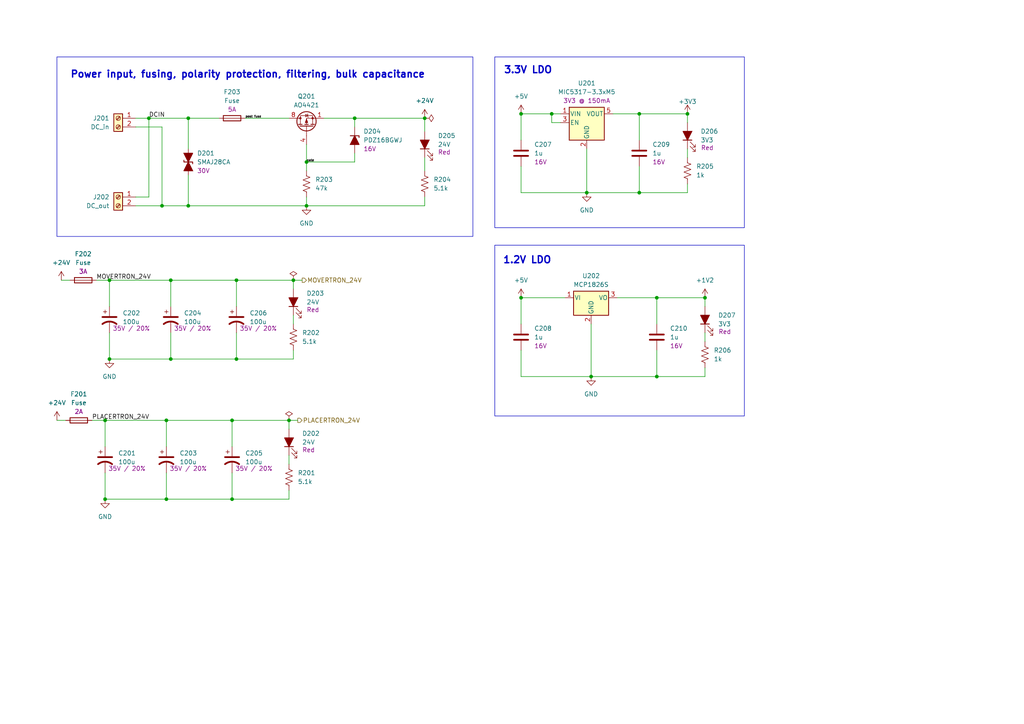
<source format=kicad_sch>
(kicad_sch (version 20250114) (generator "eeschema") (generator_version "9.0")
  (paper "A4")
  (lib_symbols
    (symbol "Connector:Screw_Terminal_01x02" (pin_names (offset 1.016) (hide yes))
      (property "Reference" "J" (at 0 2.54 0))
      (property "Value" "Screw_Terminal_01x02" (at 0 -5.08 0))
      (symbol "Screw_Terminal_01x02_1_1"
        (rectangle (start -1.27 1.27) (end 1.27 -3.81) (stroke (width 0.254)) (fill (type background)))
        (polyline (pts (xy -0.5334 0.3302) (xy 0.3302 -0.508)) (stroke (width 0.1524)))
        (polyline (pts (xy -0.5334 -2.2098) (xy 0.3302 -3.048)) (stroke (width 0.1524)))
        (polyline (pts (xy -0.3556 0.508) (xy 0.508 -0.3302)) (stroke (width 0.1524)))
        (polyline (pts (xy -0.3556 -2.032) (xy 0.508 -2.8702)) (stroke (width 0.1524)))
        (circle (center 0 0) (radius 0.635) (stroke (width 0.1524)))
        (circle (center 0 -2.54) (radius 0.635) (stroke (width 0.1524)))
        (pin passive line (at -5.08 0 0) (length 3.81) (name "Pin_1") (number "1"))
        (pin passive line (at -5.08 -2.54 0) (length 3.81) (name "Pin_2") (number "2"))
      )
    )
    (symbol "Device:C" (pin_numbers (hide yes)) (pin_names (offset 0.254))
      (property "Reference" "C" (at 0.635 2.54 0))
      (property "Value" "C" (at 0.635 -2.54 0))
      (symbol "C_0_1"
        (polyline (pts (xy -2.032 0.762) (xy 2.032 0.762)) (stroke (width 0.508)))
        (polyline (pts (xy -2.032 -0.762) (xy 2.032 -0.762)) (stroke (width 0.508)))
      )
      (symbol "C_1_1"
        (pin passive line (at 0 3.81 270) (length 2.794) (name "~") (number "1"))
        (pin passive line (at 0 -3.81 90) (length 2.794) (name "~") (number "2"))
      )
    )
    (symbol "Device:C_Polarized_US" (pin_numbers (hide yes)) (pin_names (offset 0.254) (hide yes))
      (property "Reference" "C" (at 0.635 2.54 0))
      (property "Value" "C_Polarized_US" (at 0.635 -2.54 0))
      (symbol "C_Polarized_US_0_1"
        (polyline (pts (xy -2.032 0.762) (xy 2.032 0.762)) (stroke (width 0.508)))
        (polyline (pts (xy -1.778 2.286) (xy -0.762 2.286)))
        (polyline (pts (xy -1.27 1.778) (xy -1.27 2.794)))
        (arc (start -2.032 -1.27) (mid 0 -0.5572) (end 2.032 -1.27) (stroke (width 0.508)))
      )
      (symbol "C_Polarized_US_1_1"
        (pin passive line (at 0 3.81 270) (length 2.794) (name "~") (number "1"))
        (pin passive line (at 0 -3.81 90) (length 3.302) (name "~") (number "2"))
      )
    )
    (symbol "Device:D_TVS_Filled" (pin_numbers (hide yes)) (pin_names (offset 1.016) (hide yes))
      (property "Reference" "D" (at 0 2.54 0))
      (property "Value" "D_TVS_Filled" (at 0 -2.54 0))
      (symbol "D_TVS_Filled_0_1"
        (polyline (pts (xy -2.54 -1.27) (xy 0 0) (xy -2.54 1.27) (xy -2.54 -1.27)) (stroke (width 0.254)) (fill (type outline)))
        (polyline (pts (xy 0.508 1.27) (xy 0 1.27) (xy 0 -1.27) (xy -0.508 -1.27)) (stroke (width 0.254)))
        (polyline (pts (xy 1.27 0) (xy -1.27 0)))
        (polyline (pts (xy 2.54 1.27) (xy 2.54 -1.27) (xy 0 0) (xy 2.54 1.27)) (stroke (width 0.254)) (fill (type outline)))
      )
      (symbol "D_TVS_Filled_1_1"
        (pin passive line (at -3.81 0 0) (length 2.54) (name "A1") (number "1"))
        (pin passive line (at 3.81 0 180) (length 2.54) (name "A2") (number "2"))
      )
    )
    (symbol "Device:D_Zener_Filled" (pin_numbers (hide yes)) (pin_names (offset 1.016) (hide yes))
      (property "Reference" "D" (at 0 2.54 0))
      (property "Value" "D_Zener_Filled" (at 0 -2.54 0))
      (symbol "D_Zener_Filled_0_1"
        (polyline (pts (xy -1.27 -1.27) (xy -1.27 1.27) (xy -0.762 1.27)) (stroke (width 0.254)))
        (polyline (pts (xy 1.27 0) (xy -1.27 0)))
        (polyline (pts (xy 1.27 -1.27) (xy 1.27 1.27) (xy -1.27 0) (xy 1.27 -1.27)) (stroke (width 0.254)) (fill (type outline)))
      )
      (symbol "D_Zener_Filled_1_1"
        (pin passive line (at -3.81 0 0) (length 2.54) (name "K") (number "1"))
        (pin passive line (at 3.81 0 180) (length 2.54) (name "A") (number "2"))
      )
    )
    (symbol "Device:Fuse" (pin_numbers (hide yes)) (pin_names (offset 0))
      (property "Reference" "F" (at 2.032 0 90))
      (property "Value" "Fuse" (at -1.905 0 90))
      (symbol "Fuse_0_1"
        (rectangle (start -0.762 -2.54) (end 0.762 2.54) (stroke (width 0.254)))
        (polyline (pts (xy 0 2.54) (xy 0 -2.54)))
      )
      (symbol "Fuse_1_1"
        (pin passive line (at 0 3.81 270) (length 1.27) (name "~") (number "1"))
        (pin passive line (at 0 -3.81 90) (length 1.27) (name "~") (number "2"))
      )
    )
    (symbol "Device:LED_Filled" (pin_numbers (hide yes)) (pin_names (offset 1.016) (hide yes))
      (property "Reference" "D" (at 0 2.54 0))
      (property "Value" "LED_Filled" (at 0 -2.54 0))
      (symbol "LED_Filled_0_1"
        (polyline (pts (xy -3.048 -0.762) (xy -4.572 -2.286) (xy -3.81 -2.286) (xy -4.572 -2.286) (xy -4.572 -1.524)))
        (polyline (pts (xy -1.778 -0.762) (xy -3.302 -2.286) (xy -2.54 -2.286) (xy -3.302 -2.286) (xy -3.302 -1.524)))
        (polyline (pts (xy -1.27 0) (xy 1.27 0)))
        (polyline (pts (xy -1.27 -1.27) (xy -1.27 1.27)) (stroke (width 0.254)))
        (polyline (pts (xy 1.27 -1.27) (xy 1.27 1.27) (xy -1.27 0) (xy 1.27 -1.27)) (stroke (width 0.254)) (fill (type outline)))
      )
      (symbol "LED_Filled_1_1"
        (pin passive line (at -3.81 0 0) (length 2.54) (name "K") (number "1"))
        (pin passive line (at 3.81 0 180) (length 2.54) (name "A") (number "2"))
      )
    )
    (symbol "Device:R_US" (pin_numbers (hide yes)) (pin_names (offset 0))
      (property "Reference" "R" (at 2.54 0 90))
      (property "Value" "R_US" (at -2.54 0 90))
      (symbol "R_US_0_1"
        (polyline (pts (xy 0 2.286) (xy 0 2.54)))
        (polyline (pts (xy 0 2.286) (xy 1.016 1.905) (xy 0 1.524) (xy -1.016 1.143) (xy 0 0.762)))
        (polyline (pts (xy 0 0.762) (xy 1.016 0.381) (xy 0 0) (xy -1.016 -0.381) (xy 0 -0.762)))
        (polyline (pts (xy 0 -0.762) (xy 1.016 -1.143) (xy 0 -1.524) (xy -1.016 -1.905) (xy 0 -2.286)))
        (polyline (pts (xy 0 -2.286) (xy 0 -2.54)))
      )
      (symbol "R_US_1_1"
        (pin passive line (at 0 3.81 270) (length 1.27) (name "~") (number "1"))
        (pin passive line (at 0 -3.81 90) (length 1.27) (name "~") (number "2"))
      )
    )
    (symbol "Regulator_Linear:MCP1826S" (pin_names (offset 0.254))
      (property "Reference" "U" (at -3.81 3.175 0))
      (property "Value" "MCP1826S" (at 0 3.175 0))
      (symbol "MCP1826S_0_1"
        (rectangle (start -5.08 1.905) (end 5.08 -5.08) (stroke (width 0.254)) (fill (type background)))
      )
      (symbol "MCP1826S_1_1"
        (pin power_in line (at -7.62 0 0) (length 2.54) (name "VI") (number "1"))
        (pin power_in line (at 0 -7.62 90) (length 2.54) (name "GND") (number "2"))
        (pin power_out line (at 7.62 0 180) (length 2.54) (name "VO") (number "3"))
      )
    )
    (symbol "Regulator_Linear:MIC5317-3.3xM5" (pin_names (offset 0.254))
      (property "Reference" "U" (at -6.35 6.35 0))
      (property "Value" "MIC5317-3.3xM5" (at 0 6.35 0))
      (symbol "MIC5317-3.3xM5_0_1"
        (rectangle (start -5.08 4.445) (end 5.08 -5.08) (stroke (width 0.254)) (fill (type background)))
      )
      (symbol "MIC5317-3.3xM5_1_1"
        (pin power_in line (at -7.62 2.54 0) (length 2.54) (name "VIN") (number "1"))
        (pin input line (at -7.62 0 0) (length 2.54) (name "EN") (number "3"))
        (pin power_in line (at 0 -7.62 90) (length 2.54) (name "GND") (number "2"))
        (pin no_connect line (at 5.08 0 180) (length 2.54) (hide yes) (name "NC") (number "4"))
        (pin power_out line (at 7.62 2.54 180) (length 2.54) (name "VOUT") (number "5"))
      )
    )
    (symbol "Transistor_FET:IRF7404" (pin_names (hide yes))
      (property "Reference" "Q" (at 5.08 1.905 0))
      (property "Value" "IRF7404" (at 5.08 0 0))
      (symbol "IRF7404_0_1"
        (polyline (pts (xy 0.254 1.905) (xy 0.254 -1.905)) (stroke (width 0.254)))
        (polyline (pts (xy 0.254 0) (xy -2.54 0)))
        (polyline (pts (xy 0.762 2.286) (xy 0.762 1.27)) (stroke (width 0.254)))
        (polyline (pts (xy 0.762 1.778) (xy 3.302 1.778) (xy 3.302 -1.778) (xy 0.762 -1.778)))
        (polyline (pts (xy 0.762 0.508) (xy 0.762 -0.508)) (stroke (width 0.254)))
        (polyline (pts (xy 0.762 -1.27) (xy 0.762 -2.286)) (stroke (width 0.254)))
        (circle (center 1.651 0) (radius 2.794) (stroke (width 0.254)))
        (polyline (pts (xy 2.286 0) (xy 1.27 0.381) (xy 1.27 -0.381) (xy 2.286 0)) (fill (type outline)))
        (polyline (pts (xy 2.54 2.54) (xy 2.54 1.778)))
        (circle (center 2.54 1.778) (radius 0.254) (fill (type outline)))
        (circle (center 2.54 -1.778) (radius 0.254) (fill (type outline)))
        (polyline (pts (xy 2.54 -2.54) (xy 2.54 0) (xy 0.762 0)))
        (polyline (pts (xy 2.794 -0.508) (xy 2.921 -0.381) (xy 3.683 -0.381) (xy 3.81 -0.254)))
        (polyline (pts (xy 3.302 -0.381) (xy 2.921 0.254) (xy 3.683 0.254) (xy 3.302 -0.381)))
      )
      (symbol "IRF7404_1_1"
        (pin passive line (at -5.08 0 0) (length 2.54) (name "G") (number "4"))
        (pin passive line (at 2.54 5.08 270) (length 2.54) (hide yes) (name "D") (number "5"))
        (pin passive line (at 2.54 5.08 270) (length 2.54) (hide yes) (name "D") (number "6"))
        (pin passive line (at 2.54 5.08 270) (length 2.54) (hide yes) (name "D") (number "7"))
        (pin passive line (at 2.54 5.08 270) (length 2.54) (name "D") (number "8"))
        (pin passive line (at 2.54 -5.08 90) (length 2.54) (name "S") (number "1"))
        (pin passive line (at 2.54 -5.08 90) (length 2.54) (hide yes) (name "S") (number "2"))
        (pin passive line (at 2.54 -5.08 90) (length 2.54) (hide yes) (name "S") (number "3"))
      )
    )
    (symbol "power:+24V" (power) (pin_names (offset 0))
      (property "Value" "+24V" (at 0 3.556 0))
      (symbol "+24V_0_1"
        (polyline (pts (xy -0.762 1.27) (xy 0 2.54)))
        (polyline (pts (xy 0 2.54) (xy 0.762 1.27)))
        (polyline (pts (xy 0 0) (xy 0 2.54)))
      )
      (symbol "+24V_1_1"
        (pin power_in line (at 0 0 90) (length 0) (hide yes) (name "+24V") (number "1"))
      )
    )
    (symbol "power:+3V3" (power) (pin_names (offset 0))
      (property "Value" "+3V3" (at 0 3.556 0))
      (symbol "+3V3_0_1"
        (polyline (pts (xy -0.762 1.27) (xy 0 2.54)))
        (polyline (pts (xy 0 2.54) (xy 0.762 1.27)))
        (polyline (pts (xy 0 0) (xy 0 2.54)))
      )
      (symbol "+3V3_1_1"
        (pin power_in line (at 0 0 90) (length 0) (hide yes) (name "+3V3") (number "1"))
      )
    )
    (symbol "power:+5V" (power) (pin_names (offset 0))
      (property "Value" "+5V" (at 0 3.556 0))
      (symbol "+5V_0_1"
        (polyline (pts (xy -0.762 1.27) (xy 0 2.54)))
        (polyline (pts (xy 0 2.54) (xy 0.762 1.27)))
        (polyline (pts (xy 0 0) (xy 0 2.54)))
      )
      (symbol "+5V_1_1"
        (pin power_in line (at 0 0 90) (length 0) (hide yes) (name "+5V") (number "1"))
      )
    )
    (symbol "power:GND" (power) (pin_names (offset 0))
      (property "Value" "GND" (at 0 -3.81 0))
      (symbol "GND_0_1"
        (polyline (pts (xy 0 0) (xy 0 -1.27) (xy 1.27 -1.27) (xy 0 -2.54) (xy -1.27 -1.27) (xy 0 -1.27)))
      )
      (symbol "GND_1_1"
        (pin power_in line (at 0 0 270) (length 0) (hide yes) (name "GND") (number "1"))
      )
    )
    (symbol "power:PWR_FLAG" (power) (pin_numbers (hide yes)) (pin_names (offset 0) (hide yes))
      (property "Value" "PWR_FLAG" (at 0 3.81 0))
      (symbol "PWR_FLAG_0_0"
        (pin power_out line (at 0 0 90) (length 0) (name "pwr") (number "1"))
      )
      (symbol "PWR_FLAG_0_1"
        (polyline (pts (xy 0 0) (xy 0 1.27) (xy -1.016 1.905) (xy 0 2.54) (xy 1.016 1.905) (xy 0 1.27)))
      )
    )
  )
  (rectangle (start 143.51 71.12) (end 215.9 120.65))
  (rectangle (start 143.51 16.51) (end 215.9 66.04))
  (rectangle (start 16.51 16.51) (end 137.16 68.58))
  (text "1.2V LDO" (at 145.796 76.708 0) (effects (font (size 2 2) (bold yes)) (justify left bottom)))
  (text "Power input, fusing, polarity protection, filtering, bulk capacitance" (at 20.32 22.86 0) (effects (font (size 2 2) (thickness 0.4) (bold yes)) (justify left bottom)))
  (text "3.3V LDO" (at 146.05 21.59 0) (effects (font (size 2 2) (bold yes)) (justify left bottom)))
  (junction (at 67.31 144.78))
  (junction (at 88.9 59.69))
  (junction (at 68.58 104.14))
  (junction (at 68.58 81.28))
  (junction (at 43.18 34.29))
  (junction (at 88.9 46.99))
  (junction (at 151.13 33.02))
  (junction (at 170.18 55.88))
  (junction (at 48.26 121.92))
  (junction (at 49.53 104.14))
  (junction (at 102.87 34.29))
  (junction (at 48.26 144.78))
  (junction (at 30.48 144.78))
  (junction (at 83.82 121.92))
  (junction (at 31.75 81.28))
  (junction (at 185.42 55.88))
  (junction (at 54.61 59.69))
  (junction (at 49.53 81.28))
  (junction (at 204.47 86.36))
  (junction (at 199.39 33.02))
  (junction (at 67.31 121.92))
  (junction (at 85.09 81.28))
  (junction (at 190.5 109.22))
  (junction (at 31.75 104.14))
  (junction (at 160.02 33.02))
  (junction (at 190.5 86.36))
  (junction (at 185.42 33.02))
  (junction (at 46.99 59.69))
  (junction (at 54.61 34.29))
  (junction (at 151.13 86.36))
  (junction (at 123.19 34.29))
  (junction (at 30.48 121.92))
  (junction (at 171.45 109.22))
  (wire (pts (xy 190.5 86.36) (xy 204.47 86.36)))
  (wire (pts (xy 102.87 36.83) (xy 102.87 34.29)))
  (wire (pts (xy 48.26 137.16) (xy 48.26 144.78)))
  (wire (pts (xy 88.9 46.99) (xy 102.87 46.99)))
  (wire (pts (xy 48.26 121.92) (xy 67.31 121.92)))
  (wire (pts (xy 39.37 59.69) (xy 46.99 59.69)))
  (wire (pts (xy 151.13 48.26) (xy 151.13 55.88)))
  (wire (pts (xy 151.13 40.64) (xy 151.13 33.02)))
  (wire (pts (xy 185.42 33.02) (xy 199.39 33.02)))
  (wire (pts (xy 85.09 81.28) (xy 85.09 83.82)))
  (wire (pts (xy 171.45 109.22) (xy 190.5 109.22)))
  (wire (pts (xy 26.67 121.92) (xy 30.48 121.92)))
  (wire (pts (xy 48.26 129.54) (xy 48.26 121.92)))
  (wire (pts (xy 85.09 101.6) (xy 85.09 104.14)))
  (wire (pts (xy 17.78 81.28) (xy 20.32 81.28)))
  (wire (pts (xy 88.9 59.69) (xy 54.61 59.69)))
  (wire (pts (xy 30.48 137.16) (xy 30.48 144.78)))
  (wire (pts (xy 185.42 48.26) (xy 185.42 55.88)))
  (wire (pts (xy 190.5 101.6) (xy 190.5 109.22)))
  (wire (pts (xy 88.9 59.69) (xy 123.19 59.69)))
  (wire (pts (xy 46.99 36.83) (xy 46.99 59.69)))
  (wire (pts (xy 31.75 81.28) (xy 49.53 81.28)))
  (wire (pts (xy 151.13 109.22) (xy 171.45 109.22)))
  (wire (pts (xy 151.13 86.36) (xy 163.83 86.36)))
  (wire (pts (xy 179.07 86.36) (xy 190.5 86.36)))
  (wire (pts (xy 123.19 57.15) (xy 123.19 59.69)))
  (wire (pts (xy 190.5 109.22) (xy 204.47 109.22)))
  (wire (pts (xy 68.58 81.28) (xy 85.09 81.28)))
  (wire (pts (xy 67.31 137.16) (xy 67.31 144.78)))
  (wire (pts (xy 30.48 121.92) (xy 48.26 121.92)))
  (wire (pts (xy 27.94 81.28) (xy 31.75 81.28)))
  (wire (pts (xy 68.58 96.52) (xy 68.58 104.14)))
  (wire (pts (xy 54.61 34.29) (xy 63.5 34.29)))
  (wire (pts (xy 204.47 86.36) (xy 204.47 88.9)))
  (wire (pts (xy 151.13 33.02) (xy 160.02 33.02)))
  (wire (pts (xy 39.37 34.29) (xy 43.18 34.29)))
  (wire (pts (xy 88.9 57.15) (xy 88.9 59.69)))
  (wire (pts (xy 190.5 86.36) (xy 190.5 93.98)))
  (wire (pts (xy 54.61 34.29) (xy 54.61 43.18)))
  (wire (pts (xy 46.99 59.69) (xy 54.61 59.69)))
  (wire (pts (xy 83.82 121.92) (xy 83.82 124.46)))
  (wire (pts (xy 185.42 55.88) (xy 170.18 55.88)))
  (wire (pts (xy 30.48 121.92) (xy 30.48 129.54)))
  (wire (pts (xy 102.87 34.29) (xy 93.98 34.29)))
  (wire (pts (xy 31.75 81.28) (xy 31.75 88.9)))
  (wire (pts (xy 85.09 91.44) (xy 85.09 93.98)))
  (wire (pts (xy 170.18 43.18) (xy 170.18 55.88)))
  (wire (pts (xy 83.82 144.78) (xy 67.31 144.78)))
  (wire (pts (xy 43.18 34.29) (xy 43.18 57.15)))
  (wire (pts (xy 39.37 36.83) (xy 46.99 36.83)))
  (wire (pts (xy 83.82 121.92) (xy 86.36 121.92)))
  (wire (pts (xy 199.39 53.34) (xy 199.39 55.88)))
  (wire (pts (xy 199.39 43.18) (xy 199.39 45.72)))
  (wire (pts (xy 185.42 40.64) (xy 185.42 33.02)))
  (wire (pts (xy 49.53 104.14) (xy 31.75 104.14)))
  (wire (pts (xy 204.47 96.52) (xy 204.47 99.06)))
  (wire (pts (xy 16.51 121.92) (xy 19.05 121.92)))
  (wire (pts (xy 88.9 41.91) (xy 88.9 46.99)))
  (wire (pts (xy 67.31 129.54) (xy 67.31 121.92)))
  (wire (pts (xy 199.39 35.56) (xy 199.39 33.02)))
  (wire (pts (xy 204.47 106.68) (xy 204.47 109.22)))
  (wire (pts (xy 151.13 86.36) (xy 151.13 93.98)))
  (wire (pts (xy 88.9 46.99) (xy 88.9 49.53)))
  (wire (pts (xy 177.8 33.02) (xy 185.42 33.02)))
  (wire (pts (xy 49.53 81.28) (xy 68.58 81.28)))
  (wire (pts (xy 162.56 35.56) (xy 160.02 35.56)))
  (wire (pts (xy 49.53 96.52) (xy 49.53 104.14)))
  (wire (pts (xy 151.13 101.6) (xy 151.13 109.22)))
  (wire (pts (xy 102.87 34.29) (xy 123.19 34.29)))
  (wire (pts (xy 49.53 88.9) (xy 49.53 81.28)))
  (wire (pts (xy 39.37 57.15) (xy 43.18 57.15)))
  (wire (pts (xy 68.58 88.9) (xy 68.58 81.28)))
  (wire (pts (xy 43.18 34.29) (xy 54.61 34.29)))
  (wire (pts (xy 67.31 121.92) (xy 83.82 121.92)))
  (wire (pts (xy 85.09 104.14) (xy 68.58 104.14)))
  (wire (pts (xy 123.19 45.72) (xy 123.19 49.53)))
  (wire (pts (xy 160.02 33.02) (xy 162.56 33.02)))
  (wire (pts (xy 83.82 142.24) (xy 83.82 144.78)))
  (wire (pts (xy 123.19 38.1) (xy 123.19 34.29)))
  (wire (pts (xy 54.61 50.8) (xy 54.61 59.69)))
  (wire (pts (xy 102.87 46.99) (xy 102.87 44.45)))
  (wire (pts (xy 160.02 35.56) (xy 160.02 33.02)))
  (wire (pts (xy 83.82 132.08) (xy 83.82 134.62)))
  (wire (pts (xy 185.42 55.88) (xy 199.39 55.88)))
  (wire (pts (xy 85.09 81.28) (xy 87.63 81.28)))
  (wire (pts (xy 171.45 93.98) (xy 171.45 109.22)))
  (wire (pts (xy 67.31 144.78) (xy 48.26 144.78)))
  (wire (pts (xy 71.12 34.29) (xy 83.82 34.29)))
  (wire (pts (xy 48.26 144.78) (xy 30.48 144.78)))
  (wire (pts (xy 68.58 104.14) (xy 49.53 104.14)))
  (wire (pts (xy 151.13 55.88) (xy 170.18 55.88)))
  (wire (pts (xy 31.75 96.52) (xy 31.75 104.14)))
  (label "MOVERTRON_24V" (at 27.94 81.28 0))
  (label "gate" (at 88.9 46.99 0) (effects (font (size 0.64 0.64))))
  (label "PLACERTRON_24V" (at 26.67 121.92 0))
  (label "post fuse" (at 71.12 34.29 0) (effects (font (size 0.64 0.64))))
  (label "DCIN" (at 43.18 34.29 0))
  (hierarchical_label "PLACERTRON_24V" (shape output) (at 86.36 121.92 0))
  (hierarchical_label "MOVERTRON_24V" (shape output) (at 87.63 81.28 0))
  (symbol (lib_id "power:+24V") (at 17.78 81.28 0) (unit 1)
    (property "Reference" "#PWR0202" (effects (hide yes)))
    (property "Value" "+24V" (at 17.78 76.2 0))
    (instances (project "linkertron" (path "" (reference "#PWR0202") (unit 1))) (project "movertron" (path "" (reference "#PWR?") (unit 1))))
  )
  (symbol (lib_id "power:GND") (at 171.45 109.22 0) (unit 1)
    (property "Reference" "#PWR0210" (effects (hide yes)))
    (property "Value" "GND" (at 171.45 114.3 0))
  )
  (symbol (lib_id "Device:C_Polarized_US") (at 67.31 133.35 0) (unit 1)
    (property "Reference" "C205" (at 71.12 131.445 0) (effects (justify left)))
    (property "Value" "100u" (at 71.12 133.985 0) (effects (justify left)))
    (property "Footprint" "Capacitor_SMD:CP_Elec_6.3x9.9" (effects (hide yes)))
    (property "mpn" "EMZR500ARA101MF80G" (effects (hide yes)))
    (property "Rating" "35V / 20%" (at 73.66 135.89 0))
    (instances (project "linkertron" (path "" (reference "C205") (unit 1))) (project "movertron" (path "" (reference "C?") (unit 1))))
  )
  (symbol (lib_id "Device:D_TVS_Filled") (at 54.61 46.99 90) (unit 1)
    (property "Reference" "D201" (at 57.15 44.45 90) (effects (justify right)))
    (property "Value" "SMAJ28CA" (at 57.15 46.99 90) (effects (justify right)))
    (property "Footprint" "Droid:D_SMA" (effects (hide yes)))
    (property "Datasheet" "https://www.bourns.com/docs/Product-Datasheets/SMAJ.pdf" (effects (hide yes)))
    (property "Rating" "30V" (at 57.15 49.53 90) (effects (justify right)))
    (property "mpn" "SMAJ28CA" (effects (hide yes)))
    (instances (project "linkertron" (path "" (reference "D201") (unit 1))) (project "movertron" (path "" (reference "D?") (unit 1))))
  )
  (symbol (lib_id "Device:LED_Filled") (at 85.09 87.63 90) (unit 1)
    (property "Reference" "D203" (at 88.9 85.09 90) (effects (justify right)))
    (property "Value" "24V" (at 88.9 87.63 90) (effects (justify right)))
    (property "Footprint" "Droid:LED_0805_LiteOn" (effects (hide yes)))
    (property "mpn" "APT2012EC" (effects (hide yes)))
    (property "Rating" "Red" (at 88.9 89.8525 90) (effects (justify right)))
    (instances (project "linkertron" (path "" (reference "D203") (unit 1))) (project "movertron" (path "" (reference "D?") (unit 1))))
  )
  (symbol (lib_id "power:+5V") (at 151.13 33.02 0) (unit 1)
    (property "Reference" "#PWR0207" (effects (hide yes)))
    (property "Value" "+5V" (at 151.13 27.94 0))
    (instances (project "linkertron" (path "" (reference "#PWR0207") (unit 1))) (project "movertron" (path "" (reference "#PWR?") (unit 1))))
  )
  (symbol (lib_id "power:GND") (at 30.48 144.78 0) (unit 1)
    (property "Reference" "#PWR0203" (effects (hide yes)))
    (property "Value" "GND" (at 30.48 149.86 0))
  )
  (symbol (lib_id "power:GND") (at 170.18 55.88 0) (unit 1)
    (property "Reference" "#PWR0209" (effects (hide yes)))
    (property "Value" "GND" (at 170.18 60.96 0))
    (instances (project "linkertron" (path "" (reference "#PWR0209") (unit 1))) (project "movertron" (path "" (reference "#PWR?") (unit 1))))
  )
  (symbol (lib_id "Device:Fuse") (at 67.31 34.29 90) (unit 1)
    (property "Reference" "F203" (at 67.31 26.67 90))
    (property "Value" "Fuse" (at 67.31 29.21 90))
    (property "Footprint" "Fuse:Fuseholder_Blade_Mini_Keystone_3568" (effects (hide yes)))
    (property "Datasheet" "https://www.keyelco.com/userAssets/file/M65p42.pdf" (effects (hide yes)))
    (property "Rating" "5A" (at 67.31 31.75 90))
    (property "mpn" "3568" (effects (hide yes)))
    (instances (project "linkertron" (path "" (reference "F203") (unit 1))) (project "movertron" (path "" (reference "F?") (unit 1))))
  )
  (symbol (lib_id "Device:Fuse") (at 24.13 81.28 90) (unit 1)
    (property "Reference" "F202" (at 24.13 73.66 90))
    (property "Value" "Fuse" (at 24.13 76.2 90))
    (property "Footprint" "Fuse:Fuseholder_Blade_Mini_Keystone_3568" (effects (hide yes)))
    (property "Datasheet" "https://www.keyelco.com/userAssets/file/M65p42.pdf" (effects (hide yes)))
    (property "Rating" "3A" (at 24.13 78.74 90))
    (property "mpn" "3568" (effects (hide yes)))
    (instances (project "linkertron" (path "" (reference "F202") (unit 1))) (project "movertron" (path "" (reference "F?") (unit 1))))
  )
  (symbol (lib_id "Device:LED_Filled") (at 123.19 41.91 90) (unit 1)
    (property "Reference" "D205" (at 127 39.37 90) (effects (justify right)))
    (property "Value" "24V" (at 127 41.91 90) (effects (justify right)))
    (property "Footprint" "Droid:LED_0805_LiteOn" (effects (hide yes)))
    (property "mpn" "APT2012EC" (effects (hide yes)))
    (property "Rating" "Red" (at 127 44.1325 90) (effects (justify right)))
    (instances (project "linkertron" (path "" (reference "D205") (unit 1))) (project "movertron" (path "" (reference "D?") (unit 1))))
  )
  (symbol (lib_id "power:+24V") (at 16.51 121.92 0) (unit 1)
    (property "Reference" "#PWR0201" (effects (hide yes)))
    (property "Value" "+24V" (at 16.51 116.84 0))
    (instances (project "linkertron" (path "" (reference "#PWR0201") (unit 1))) (project "movertron" (path "" (reference "#PWR?") (unit 1))))
  )
  (symbol (lib_id "Transistor_FET:IRF7404") (at 88.9 36.83 90) (unit 1)
    (property "Reference" "Q201" (at 88.9 27.94 90))
    (property "Value" "AO4421" (at 88.9 30.48 90))
    (property "Footprint" "Package_SO:SOIC-8_3.9x4.9mm_P1.27mm" (effects (hide yes)))
    (property "Datasheet" "http://www.aosmd.com/res/data_sheets/AO4421.pdf" (effects (hide yes)))
    (property "mpn" "AO4421" (effects (hide yes)))
    (instances (project "linkertron" (path "" (reference "Q201") (unit 1))) (project "movertron" (path "" (reference "Q?") (unit 1))))
  )
  (symbol (lib_id "Device:R_US") (at 83.82 138.43 0) (unit 1)
    (property "Reference" "R201" (at 86.36 137.16 0) (effects (justify left)))
    (property "Value" "5.1k" (at 86.36 139.7 0) (effects (justify left)))
    (property "Footprint" "Droid:R_0603_HandSolder" (effects (hide yes)))
    (property "mpn" "RMCF0603FT5K10" (effects (hide yes)))
    (instances (project "linkertron" (path "" (reference "R201") (unit 1))) (project "movertron" (path "" (reference "R?") (unit 1))))
  )
  (symbol (lib_id "power:+3V3") (at 204.47 86.36 0) (unit 1)
    (property "Reference" "#PWR0212" (effects (hide yes)))
    (property "Value" "+1V2" (at 204.47 81.28 0))
  )
  (symbol (lib_id "power:+3V3") (at 199.39 33.02 0) (unit 1)
    (property "Reference" "#PWR0211" (effects (hide yes)))
    (property "Value" "+3V3" (at 199.39 29.464 0))
    (instances (project "linkertron" (path "" (reference "#PWR0211") (unit 1))) (project "movertron" (path "" (reference "#PWR?") (unit 1))))
  )
  (symbol (lib_id "Device:R_US") (at 123.19 53.34 0) (unit 1)
    (property "Reference" "R204" (at 125.73 52.07 0) (effects (justify left)))
    (property "Value" "5.1k" (at 125.73 54.61 0) (effects (justify left)))
    (property "Footprint" "Droid:R_0603_HandSolder" (effects (hide yes)))
    (property "mpn" "RMCF0603FT5K10" (effects (hide yes)))
    (instances (project "linkertron" (path "" (reference "R204") (unit 1))) (project "movertron" (path "" (reference "R?") (unit 1))))
  )
  (symbol (lib_id "power:GND") (at 88.9 59.69 0) (unit 1)
    (property "Reference" "#PWR0205" (effects (hide yes)))
    (property "Value" "GND" (at 88.9 64.77 0))
    (instances (project "linkertron" (path "" (reference "#PWR0205") (unit 1))) (project "movertron" (path "" (reference "#PWR?") (unit 1))))
  )
  (symbol (lib_id "Device:C_Polarized_US") (at 49.53 92.71 0) (unit 1)
    (property "Reference" "C204" (at 53.34 90.805 0) (effects (justify left)))
    (property "Value" "100u" (at 53.34 93.345 0) (effects (justify left)))
    (property "Footprint" "Capacitor_SMD:CP_Elec_6.3x9.9" (effects (hide yes)))
    (property "mpn" "EMZR500ARA101MF80G" (effects (hide yes)))
    (property "Rating" "35V / 20%" (at 55.88 95.25 0))
    (instances (project "linkertron" (path "" (reference "C204") (unit 1))) (project "movertron" (path "" (reference "C?") (unit 1))))
  )
  (symbol (lib_id "Device:C_Polarized_US") (at 68.58 92.71 0) (unit 1)
    (property "Reference" "C206" (at 72.39 90.805 0) (effects (justify left)))
    (property "Value" "100u" (at 72.39 93.345 0) (effects (justify left)))
    (property "Footprint" "Capacitor_SMD:CP_Elec_6.3x9.9" (effects (hide yes)))
    (property "mpn" "EMZR500ARA101MF80G" (effects (hide yes)))
    (property "Rating" "35V / 20%" (at 74.93 95.25 0))
    (instances (project "linkertron" (path "" (reference "C206") (unit 1))) (project "movertron" (path "" (reference "C?") (unit 1))))
  )
  (symbol (lib_id "power:PWR_FLAG") (at 83.82 121.92 0) (unit 1)
    (property "Reference" "#FLG0201" (effects (hide yes)))
    (property "Value" "PWR_FLAG" (effects (hide yes)))
  )
  (symbol (lib_id "Regulator_Linear:MIC5317-3.3xM5") (at 170.18 35.56 0) (unit 1)
    (property "Reference" "U201" (at 170.18 24.13 0))
    (property "Value" "MIC5317-3.3xM5" (at 170.18 26.67 0))
    (property "Footprint" "Package_TO_SOT_SMD:SOT-23-5" (effects (hide yes)))
    (property "Datasheet" "https://ww1.microchip.com/downloads/aemDocuments/documents/OTH/ProductDocuments/DataSheets/MIC5317-High-Performance-Single-150mA-LDO-DS20006195B.pdf" (effects (hide yes)))
    (property "mpn" "MIC5317-3.3YD5" (effects (hide yes)))
    (property "Rating" "3V3 @ 150mA" (at 170.18 29.21 0))
    (instances (project "linkertron" (path "" (reference "U201") (unit 1))) (project "movertron" (path "" (reference "U?") (unit 1))))
  )
  (symbol (lib_id "power:PWR_FLAG") (at 123.19 34.29 270) (unit 1)
    (property "Reference" "#FLG0203" (effects (hide yes)))
    (property "Value" "PWR_FLAG" (effects (hide yes)))
  )
  (symbol (lib_id "Device:LED_Filled") (at 199.39 39.37 90) (unit 1)
    (property "Reference" "D206" (at 203.2 38.1 90) (effects (justify right)))
    (property "Value" "3V3" (at 203.2 40.64 90) (effects (justify right)))
    (property "Footprint" "Droid:LED_0805_LiteOn" (effects (hide yes)))
    (property "mpn" "APT2012EC" (effects (hide yes)))
    (property "Rating" "Red" (at 207.01 42.8625 90) (effects (justify left)))
    (instances (project "linkertron" (path "" (reference "D206") (unit 1))) (project "movertron" (path "" (reference "D?") (unit 1))))
  )
  (symbol (lib_id "Device:C") (at 190.5 97.79 0) (unit 1)
    (property "Reference" "C210" (at 194.31 95.25 0) (effects (justify left)))
    (property "Value" "1u" (at 194.31 97.79 0) (effects (justify left)))
    (property "Footprint" "Droid:C_0603_HandSolder" (effects (hide yes)))
    (property "mpn" "CL10B105MO8NNWC" (effects (hide yes)))
    (property "Rating" "16V" (at 194.31 100.33 0) (effects (justify left)))
  )
  (symbol (lib_id "power:GND") (at 31.75 104.14 0) (unit 1)
    (property "Reference" "#PWR0204" (effects (hide yes)))
    (property "Value" "GND" (at 31.75 109.22 0))
  )
  (symbol (lib_id "power:+24V") (at 123.19 34.29 0) (unit 1)
    (property "Reference" "#PWR0206" (effects (hide yes)))
    (property "Value" "+24V" (at 123.19 29.21 0))
    (instances (project "linkertron" (path "" (reference "#PWR0206") (unit 1))) (project "movertron" (path "" (reference "#PWR?") (unit 1))))
  )
  (symbol (lib_id "Device:R_US") (at 199.39 49.53 0) (unit 1)
    (property "Reference" "R205" (at 201.93 48.26 0) (effects (justify left)))
    (property "Value" "1k" (at 201.93 50.8 0) (effects (justify left)))
    (property "Footprint" "Droid:R_0603_HandSolder" (effects (hide yes)))
    (property "mpn" "RMCF0603JT1K00" (effects (hide yes)))
    (property "Rating" "100mw" (effects (hide yes)))
    (instances (project "linkertron" (path "" (reference "R205") (unit 1))) (project "movertron" (path "" (reference "R?") (unit 1))))
  )
  (symbol (lib_id "Device:C") (at 151.13 97.79 0) (unit 1)
    (property "Reference" "C208" (at 154.94 95.25 0) (effects (justify left)))
    (property "Value" "1u" (at 154.94 97.79 0) (effects (justify left)))
    (property "Footprint" "Droid:C_0603_HandSolder" (effects (hide yes)))
    (property "mpn" "CL10B105MO8NNWC" (effects (hide yes)))
    (property "Rating" "16V" (at 154.94 100.33 0) (effects (justify left)))
  )
  (symbol (lib_id "Device:C_Polarized_US") (at 48.26 133.35 0) (unit 1)
    (property "Reference" "C203" (at 52.07 131.445 0) (effects (justify left)))
    (property "Value" "100u" (at 52.07 133.985 0) (effects (justify left)))
    (property "Footprint" "Capacitor_SMD:CP_Elec_6.3x9.9" (effects (hide yes)))
    (property "mpn" "EMZR500ARA101MF80G" (effects (hide yes)))
    (property "Rating" "35V / 20%" (at 54.61 135.89 0))
    (instances (project "linkertron" (path "" (reference "C203") (unit 1))) (project "movertron" (path "" (reference "C?") (unit 1))))
  )
  (symbol (lib_id "power:PWR_FLAG") (at 85.09 81.28 0) (unit 1)
    (property "Reference" "#FLG0202" (effects (hide yes)))
    (property "Value" "PWR_FLAG" (effects (hide yes)))
  )
  (symbol (lib_id "Device:R_US") (at 204.47 102.87 0) (unit 1)
    (property "Reference" "R206" (at 207.01 101.6 0) (effects (justify left)))
    (property "Value" "1k" (at 207.01 104.14 0) (effects (justify left)))
    (property "Footprint" "Droid:R_0603_HandSolder" (effects (hide yes)))
    (property "mpn" "RMCF0603JT1K00" (effects (hide yes)))
    (property "Rating" "100mw" (effects (hide yes)))
  )
  (symbol (lib_id "Regulator_Linear:MCP1826S") (at 171.45 86.36 0) (unit 1)
    (property "Reference" "U202" (at 171.45 80.01 0))
    (property "Value" "MCP1826S" (at 171.45 82.55 0))
    (property "Footprint" "Package_TO_SOT_SMD:SOT-223-3_TabPin2" (effects (hide yes)))
    (property "Datasheet" "http://ww1.microchip.com/downloads/en/DeviceDoc/22057B.pdf" (effects (hide yes)))
    (property "Description" "1000mA, Low-Voltage, Low Quiescent Current LDO Regulator, SOT-223, TO-220, TO-263" (effects (hide yes)))
    (property "mpn" "MCP1826S-1202E/DB" (effects (hide yes)))
  )
  (symbol (lib_id "Device:R_US") (at 88.9 53.34 0) (unit 1)
    (property "Reference" "R203" (at 91.44 52.07 0) (effects (justify left)))
    (property "Value" "47k" (at 91.44 54.61 0) (effects (justify left)))
    (property "Footprint" "Droid:R_0603_HandSolder" (effects (hide yes)))
    (property "mpn" "RC0603FR-0747KL" (effects (hide yes)))
    (instances (project "linkertron" (path "" (reference "R203") (unit 1))) (project "movertron" (path "" (reference "R?") (unit 1))))
  )
  (symbol (lib_id "Device:R_US") (at 85.09 97.79 0) (unit 1)
    (property "Reference" "R202" (at 87.63 96.52 0) (effects (justify left)))
    (property "Value" "5.1k" (at 87.63 99.06 0) (effects (justify left)))
    (property "Footprint" "Droid:R_0603_HandSolder" (effects (hide yes)))
    (property "mpn" "RMCF0603FT5K10" (effects (hide yes)))
    (instances (project "linkertron" (path "" (reference "R202") (unit 1))) (project "movertron" (path "" (reference "R?") (unit 1))))
  )
  (symbol (lib_id "Device:C_Polarized_US") (at 30.48 133.35 0) (unit 1)
    (property "Reference" "C201" (at 34.29 131.445 0) (effects (justify left)))
    (property "Value" "100u" (at 34.29 133.985 0) (effects (justify left)))
    (property "Footprint" "Capacitor_SMD:CP_Elec_6.3x9.9" (effects (hide yes)))
    (property "mpn" "EMZR500ARA101MF80G" (effects (hide yes)))
    (property "Rating" "35V / 20%" (at 36.83 135.89 0))
    (instances (project "linkertron" (path "" (reference "C201") (unit 1))) (project "movertron" (path "" (reference "C?") (unit 1))))
  )
  (symbol (lib_id "Device:D_Zener_Filled") (at 102.87 40.64 270) (unit 1)
    (property "Reference" "D204" (at 105.41 38.1 90) (effects (justify left)))
    (property "Value" "PDZ16BGWJ" (at 105.41 40.64 90) (effects (justify left)))
    (property "Footprint" "Droid:D_SOD-123" (effects (hide yes)))
    (property "Datasheet" "https://assets.nexperia.com/documents/data-sheet/PDZ-GW_SER.pdf" (effects (hide yes)))
    (property "Rating" "16V" (at 105.41 43.18 90) (effects (justify left)))
    (property "mpn" "PDZ16BGWJ" (effects (hide yes)))
    (instances (project "linkertron" (path "" (reference "D204") (unit 1))) (project "movertron" (path "" (reference "D?") (unit 1))))
  )
  (symbol (lib_id "Device:LED_Filled") (at 83.82 128.27 90) (unit 1)
    (property "Reference" "D202" (at 87.63 125.73 90) (effects (justify right)))
    (property "Value" "24V" (at 87.63 128.27 90) (effects (justify right)))
    (property "Footprint" "Droid:LED_0805_LiteOn" (effects (hide yes)))
    (property "mpn" "APT2012EC" (effects (hide yes)))
    (property "Rating" "Red" (at 87.63 130.4925 90) (effects (justify right)))
    (instances (project "linkertron" (path "" (reference "D202") (unit 1))) (project "movertron" (path "" (reference "D?") (unit 1))))
  )
  (symbol (lib_id "Connector:Screw_Terminal_01x02") (at 34.29 34.29 0) (mirror y) (unit 1)
    (property "Reference" "J201" (at 31.75 34.29 0) (effects (justify left)))
    (property "Value" "DC_in" (at 31.75 36.83 0) (effects (justify left)))
    (property "Footprint" "Droid:TerminalBlock_PhoenixContact_2x5mm" (effects (hide yes)))
    (property "Datasheet" "https://mm.digikey.com/Volume0/opasdata/d220001/medias/docus/909/1935161.pdf" (effects (hide yes)))
    (property "mpn" "1935161" (effects (hide yes)))
    (instances (project "linkertron" (path "" (reference "J201") (unit 1))) (project "movertron" (path "" (reference "J?") (unit 1))))
  )
  (symbol (lib_id "Device:C") (at 185.42 44.45 0) (unit 1)
    (property "Reference" "C209" (at 189.23 41.91 0) (effects (justify left)))
    (property "Value" "1u" (at 189.23 44.45 0) (effects (justify left)))
    (property "Footprint" "Droid:C_0603_HandSolder" (effects (hide yes)))
    (property "mpn" "CL10B105MO8NNWC" (effects (hide yes)))
    (property "Rating" "16V" (at 189.23 46.99 0) (effects (justify left)))
    (instances (project "linkertron" (path "" (reference "C209") (unit 1))) (project "movertron" (path "" (reference "C?") (unit 1))))
  )
  (symbol (lib_id "Connector:Screw_Terminal_01x02") (at 34.29 57.15 0) (mirror y) (unit 1)
    (property "Reference" "J202" (at 31.75 57.15 0) (effects (justify left)))
    (property "Value" "DC_out" (at 31.75 59.69 0) (effects (justify left)))
    (property "Footprint" "Droid:TerminalBlock_PhoenixContact_2x5mm" (effects (hide yes)))
    (property "mpn" "1935161" (effects (hide yes)))
    (instances (project "linkertron" (path "" (reference "J202") (unit 1))) (project "movertron" (path "" (reference "J?") (unit 1))))
  )
  (symbol (lib_id "power:+5V") (at 151.13 86.36 0) (unit 1)
    (property "Reference" "#PWR0208" (effects (hide yes)))
    (property "Value" "+5V" (at 151.13 81.28 0))
  )
  (symbol (lib_id "Device:LED_Filled") (at 204.47 92.71 90) (unit 1)
    (property "Reference" "D207" (at 208.28 91.44 90) (effects (justify right)))
    (property "Value" "3V3" (at 208.28 93.98 90) (effects (justify right)))
    (property "Footprint" "Droid:LED_0805_LiteOn" (effects (hide yes)))
    (property "mpn" "APT2012EC" (effects (hide yes)))
    (property "Rating" "Red" (at 212.09 96.2025 90) (effects (justify left)))
  )
  (symbol (lib_id "Device:Fuse") (at 22.86 121.92 90) (unit 1)
    (property "Reference" "F201" (at 22.86 114.3 90))
    (property "Value" "Fuse" (at 22.86 116.84 90))
    (property "Footprint" "Fuse:Fuseholder_Blade_Mini_Keystone_3568" (effects (hide yes)))
    (property "Datasheet" "https://www.keyelco.com/userAssets/file/M65p42.pdf" (effects (hide yes)))
    (property "Rating" "2A" (at 22.86 119.38 90))
    (property "mpn" "3568" (effects (hide yes)))
    (instances (project "linkertron" (path "" (reference "F201") (unit 1))) (project "movertron" (path "" (reference "F?") (unit 1))))
  )
  (symbol (lib_id "Device:C_Polarized_US") (at 31.75 92.71 0) (unit 1)
    (property "Reference" "C202" (at 35.56 90.805 0) (effects (justify left)))
    (property "Value" "100u" (at 35.56 93.345 0) (effects (justify left)))
    (property "Footprint" "Capacitor_SMD:CP_Elec_6.3x9.9" (effects (hide yes)))
    (property "mpn" "EMZR500ARA101MF80G" (effects (hide yes)))
    (property "Rating" "35V / 20%" (at 38.1 95.25 0))
    (instances (project "linkertron" (path "" (reference "C202") (unit 1))) (project "movertron" (path "" (reference "C?") (unit 1))))
  )
  (symbol (lib_id "Device:C") (at 151.13 44.45 0) (unit 1)
    (property "Reference" "C207" (at 154.94 41.91 0) (effects (justify left)))
    (property "Value" "1u" (at 154.94 44.45 0) (effects (justify left)))
    (property "Footprint" "Droid:C_0603_HandSolder" (effects (hide yes)))
    (property "mpn" "CL10B105MO8NNWC" (effects (hide yes)))
    (property "Rating" "16V" (at 154.94 46.99 0) (effects (justify left)))
    (instances (project "linkertron" (path "" (reference "C207") (unit 1))) (project "movertron" (path "" (reference "C?") (unit 1))))
  )
)
</source>
